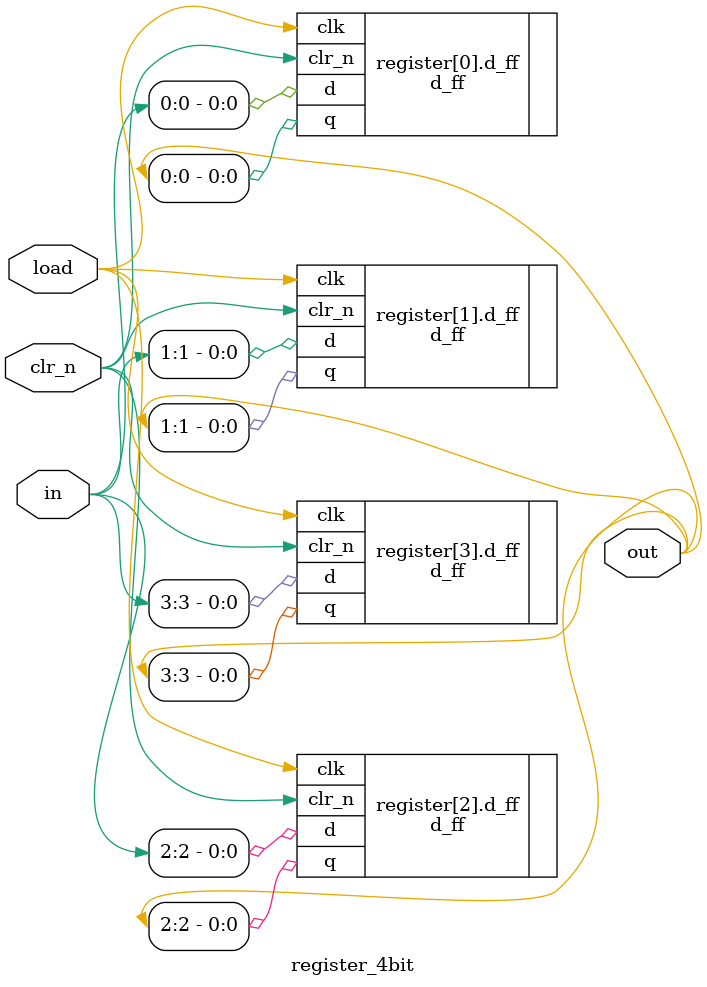
<source format=v>
module register_4bit(
  out,
  in, clr_n, load
);

  output [3:0] out;
  input  [3:0] in;
  input  clr_n, load;

  genvar i;
  generate
    for (i = 0; i < 4; i = i + 1)
      begin : register
        d_ff d_ff(
          .q(out[i]),
          .d(in[i]),
          .clr_n(clr_n),
          .clk(load)
        );
      end
  endgenerate

endmodule

</source>
